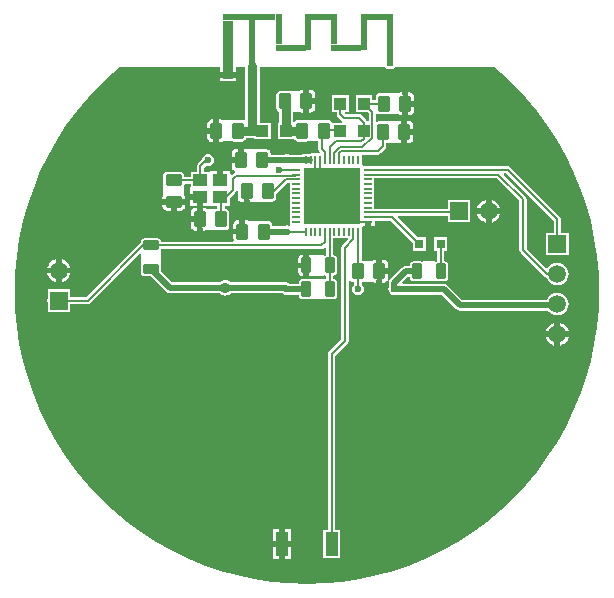
<source format=gtl>
G04*
G04 #@! TF.GenerationSoftware,Altium Limited,Altium Designer,18.1.6 (161)*
G04*
G04 Layer_Physical_Order=1*
G04 Layer_Color=255*
%FSLAX25Y25*%
%MOIN*%
G70*
G01*
G75*
%ADD14C,0.00787*%
G04:AMPARAMS|DCode=17|XSize=51.18mil|YSize=31.5mil|CornerRadius=3.94mil|HoleSize=0mil|Usage=FLASHONLY|Rotation=270.000|XOffset=0mil|YOffset=0mil|HoleType=Round|Shape=RoundedRectangle|*
%AMROUNDEDRECTD17*
21,1,0.05118,0.02362,0,0,270.0*
21,1,0.04331,0.03150,0,0,270.0*
1,1,0.00787,-0.01181,-0.02165*
1,1,0.00787,-0.01181,0.02165*
1,1,0.00787,0.01181,0.02165*
1,1,0.00787,0.01181,-0.02165*
%
%ADD17ROUNDEDRECTD17*%
%ADD18R,0.03950X0.03900*%
G04:AMPARAMS|DCode=19|XSize=51.18mil|YSize=31.5mil|CornerRadius=3.94mil|HoleSize=0mil|Usage=FLASHONLY|Rotation=0.000|XOffset=0mil|YOffset=0mil|HoleType=Round|Shape=RoundedRectangle|*
%AMROUNDEDRECTD19*
21,1,0.05118,0.02362,0,0,0.0*
21,1,0.04331,0.03150,0,0,0.0*
1,1,0.00787,0.02165,-0.01181*
1,1,0.00787,-0.02165,-0.01181*
1,1,0.00787,-0.02165,0.01181*
1,1,0.00787,0.02165,0.01181*
%
%ADD19ROUNDEDRECTD19*%
G04:AMPARAMS|DCode=20|XSize=55.12mil|YSize=39.37mil|CornerRadius=4.92mil|HoleSize=0mil|Usage=FLASHONLY|Rotation=270.000|XOffset=0mil|YOffset=0mil|HoleType=Round|Shape=RoundedRectangle|*
%AMROUNDEDRECTD20*
21,1,0.05512,0.02953,0,0,270.0*
21,1,0.04528,0.03937,0,0,270.0*
1,1,0.00984,-0.01476,-0.02264*
1,1,0.00984,-0.01476,0.02264*
1,1,0.00984,0.01476,0.02264*
1,1,0.00984,0.01476,-0.02264*
%
%ADD20ROUNDEDRECTD20*%
G04:AMPARAMS|DCode=21|XSize=55.12mil|YSize=39.37mil|CornerRadius=4.92mil|HoleSize=0mil|Usage=FLASHONLY|Rotation=180.000|XOffset=0mil|YOffset=0mil|HoleType=Round|Shape=RoundedRectangle|*
%AMROUNDEDRECTD21*
21,1,0.05512,0.02953,0,0,180.0*
21,1,0.04528,0.03937,0,0,180.0*
1,1,0.00984,-0.02264,0.01476*
1,1,0.00984,0.02264,0.01476*
1,1,0.00984,0.02264,-0.01476*
1,1,0.00984,-0.02264,-0.01476*
%
%ADD21ROUNDEDRECTD21*%
%ADD22R,0.04724X0.04331*%
%ADD23R,0.03937X0.07874*%
%ADD24R,0.02756X0.03150*%
%ADD25R,0.00787X0.02559*%
%ADD26R,0.02559X0.00787*%
%ADD27R,0.18504X0.18504*%
%ADD41C,0.02756*%
%ADD43C,0.01968*%
%ADD44C,0.03150*%
%ADD45R,0.01968X0.17323*%
%ADD46R,0.17717X0.01968*%
%ADD47R,0.01968X0.10236*%
%ADD48R,0.09843X0.01968*%
%ADD49R,0.01968X0.15354*%
%ADD50R,0.10630X0.01968*%
%ADD51R,0.08661X0.01968*%
%ADD52R,0.03543X0.19685*%
%ADD53C,0.05906*%
%ADD54R,0.05906X0.05906*%
%ADD55R,0.05906X0.05906*%
%ADD56C,0.03543*%
%ADD57C,0.02362*%
%ADD58C,0.02598*%
G36*
X69532Y173228D02*
Y169213D01*
X69593Y168905D01*
X69767Y168645D01*
X70027Y168471D01*
X70335Y168410D01*
X73878D01*
X74185Y168471D01*
X74446Y168645D01*
X74620Y168905D01*
X74681Y169213D01*
Y173228D01*
X77808D01*
Y155680D01*
X77308Y155413D01*
X77271Y155438D01*
X76772Y155537D01*
X73819D01*
X73634Y155500D01*
X73622Y155512D01*
X70456D01*
X70267Y155638D01*
X69685Y155754D01*
X69193D01*
Y154823D01*
X69095Y154724D01*
Y151969D01*
Y149213D01*
X69193Y149114D01*
Y148183D01*
X69685D01*
X70267Y148299D01*
X70456Y148425D01*
X73622D01*
X73634Y148437D01*
X73819Y148400D01*
X76772D01*
X77271Y148500D01*
X77694Y148782D01*
X77977Y149206D01*
X78048Y149560D01*
X80813D01*
Y149231D01*
X86337D01*
Y154706D01*
X82625D01*
Y173228D01*
X124322Y173228D01*
X124491Y172976D01*
X124752Y172802D01*
X125059Y172740D01*
X127027D01*
X127335Y172802D01*
X127595Y172976D01*
X127764Y173228D01*
X160791Y173228D01*
X163037Y171357D01*
X167322Y167322D01*
X171357Y163037D01*
X175125Y158516D01*
X178613Y153775D01*
X181809Y148832D01*
X184700Y143706D01*
X187276Y138414D01*
X189529Y132976D01*
X191449Y127412D01*
X193029Y121743D01*
X194265Y115988D01*
X195150Y110170D01*
X195683Y104308D01*
X195861Y98425D01*
X195683Y92542D01*
X195150Y86681D01*
X194265Y80862D01*
X193029Y75107D01*
X191449Y69438D01*
X189529Y63874D01*
X187276Y58437D01*
X184700Y53145D01*
X181809Y48018D01*
X178613Y43076D01*
X175125Y38335D01*
X171357Y33814D01*
X167322Y29528D01*
X163037Y25494D01*
X158516Y21726D01*
X153775Y18237D01*
X148832Y15042D01*
X143706Y12150D01*
X138414Y9574D01*
X132976Y7322D01*
X127412Y5402D01*
X121743Y3821D01*
X115988Y2586D01*
X110170Y1700D01*
X104308Y1168D01*
X98425Y990D01*
X92542Y1168D01*
X86681Y1700D01*
X80862Y2586D01*
X75107Y3821D01*
X69438Y5402D01*
X63874Y7322D01*
X58437Y9574D01*
X53145Y12150D01*
X48018Y15042D01*
X43076Y18237D01*
X38335Y21726D01*
X33814Y25494D01*
X29528Y29528D01*
X25494Y33814D01*
X21726Y38335D01*
X18237Y43076D01*
X15042Y48018D01*
X12150Y53145D01*
X9574Y58437D01*
X7322Y63874D01*
X5402Y69438D01*
X3821Y75107D01*
X2586Y80862D01*
X1700Y86681D01*
X1168Y92542D01*
X990Y98425D01*
X1168Y104308D01*
X1700Y110170D01*
X2586Y115988D01*
X3821Y121743D01*
X5402Y127412D01*
X7322Y132976D01*
X9574Y138414D01*
X12150Y143706D01*
X15042Y148832D01*
X18237Y153775D01*
X21726Y158516D01*
X25494Y163037D01*
X29528Y167322D01*
X33814Y171357D01*
X36059Y173228D01*
X69532Y173228D01*
D02*
G37*
%LPC*%
G36*
X97146Y165596D02*
X96653D01*
X96071Y165480D01*
X95883Y165354D01*
X92716D01*
X92705Y165343D01*
X92520Y165379D01*
X89567D01*
X89068Y165280D01*
X88644Y164997D01*
X88362Y164574D01*
X88262Y164075D01*
Y159547D01*
X88362Y159048D01*
X88644Y158625D01*
X89016Y158376D01*
Y154706D01*
X88663D01*
Y149231D01*
X94187D01*
X94498Y148860D01*
X94550Y148782D01*
X94973Y148500D01*
X95472Y148400D01*
X98425D01*
X98610Y148437D01*
X98622Y148425D01*
X102201D01*
Y146004D01*
X102201Y146004D01*
X102293Y145543D01*
X102554Y145152D01*
X102741Y144966D01*
X102549Y144504D01*
X99886D01*
Y144291D01*
X96949D01*
Y144031D01*
X92671D01*
X92599Y144079D01*
X91831Y144231D01*
X91063Y144079D01*
X90991Y144031D01*
X86344D01*
Y144488D01*
X86245Y144987D01*
X85962Y145411D01*
X85539Y145694D01*
X85039Y145793D01*
X82087D01*
X81902Y145756D01*
X81890Y145768D01*
X78724D01*
X78535Y145894D01*
X77953Y146010D01*
X77461D01*
Y145079D01*
X77362Y144980D01*
Y142224D01*
X76476D01*
Y141240D01*
X73479D01*
Y139961D01*
X73594Y139378D01*
X73924Y138885D01*
X74314Y138625D01*
X74333Y138286D01*
X74328Y138225D01*
X74290Y138085D01*
X73952Y137859D01*
X73411Y137319D01*
X72949Y137510D01*
Y138599D01*
X70571D01*
Y135433D01*
X68602D01*
Y138599D01*
X66224D01*
Y138599D01*
X66043Y138386D01*
X64098D01*
Y139659D01*
X64789Y140349D01*
X65453Y140217D01*
X66221Y140370D01*
X66872Y140805D01*
X67307Y141456D01*
X67460Y142224D01*
X67307Y142992D01*
X66872Y143644D01*
X66221Y144079D01*
X65453Y144231D01*
X64685Y144079D01*
X64034Y143644D01*
X63599Y142992D01*
X63492Y142459D01*
X62042Y141009D01*
X61781Y140618D01*
X61690Y140157D01*
X61690Y140157D01*
Y138386D01*
X59744D01*
Y136637D01*
X57604D01*
Y136909D01*
X57504Y137409D01*
X57222Y137832D01*
X56798Y138115D01*
X56299Y138214D01*
X51772D01*
X51272Y138115D01*
X50849Y137832D01*
X50566Y137409D01*
X50467Y136909D01*
Y133957D01*
X50504Y133772D01*
X50492Y133760D01*
Y130594D01*
X50366Y130405D01*
X50250Y129823D01*
Y129331D01*
X51181D01*
X51280Y129232D01*
X54036D01*
X56791D01*
X56890Y129331D01*
X57821D01*
Y129823D01*
X57705Y130405D01*
X57579Y130594D01*
Y133760D01*
X57670Y134229D01*
X59744D01*
Y133087D01*
X59531D01*
Y130905D01*
X62894D01*
Y129921D01*
X63878D01*
Y126756D01*
X66256D01*
Y126756D01*
X66437Y126969D01*
X68579D01*
Y126076D01*
X68110Y125984D01*
X64944D01*
X64755Y126110D01*
X64173Y126226D01*
X63681D01*
Y125295D01*
X63583Y125197D01*
Y122441D01*
Y119685D01*
X63681Y119587D01*
Y118656D01*
X64173D01*
X64755Y118772D01*
X64944Y118898D01*
X68110D01*
X68122Y118909D01*
X68307Y118873D01*
X71260D01*
X71759Y118972D01*
X72182Y119255D01*
X72465Y119678D01*
X72564Y120177D01*
Y124705D01*
X72465Y125204D01*
X72182Y125627D01*
X71759Y125910D01*
X71260Y126009D01*
X70988D01*
Y126969D01*
X72736D01*
Y129535D01*
X74572Y131371D01*
X74572Y131371D01*
X74833Y131762D01*
X74849Y131841D01*
X75349Y131791D01*
Y129626D01*
X75464Y129044D01*
X75794Y128550D01*
X76288Y128220D01*
X76870Y128105D01*
X77362D01*
Y131890D01*
X79232D01*
Y129134D01*
X79331Y129035D01*
Y128105D01*
X79823D01*
X80405Y128220D01*
X80594Y128347D01*
X83760D01*
X83772Y128358D01*
X83957Y128321D01*
X86910D01*
X87409Y128421D01*
X87832Y128703D01*
X88115Y129127D01*
X88214Y129626D01*
Y130946D01*
X88352Y131038D01*
X91936Y134623D01*
X92815D01*
Y129921D01*
Y125197D01*
X92815Y120797D01*
X92815Y120688D01*
X92800Y120658D01*
X92684Y120559D01*
X92684Y120559D01*
X92684Y120559D01*
Y120559D01*
X92286Y120322D01*
X91831Y120413D01*
X91063Y120260D01*
X90991Y120212D01*
X86738D01*
Y120669D01*
X86638Y121169D01*
X86356Y121592D01*
X85932Y121875D01*
X85433Y121974D01*
X82480D01*
X82295Y121937D01*
X82284Y121949D01*
X79117D01*
X78929Y122075D01*
X78347Y122191D01*
X77854D01*
Y121260D01*
X77756Y121161D01*
Y118405D01*
X76870D01*
Y117421D01*
X73872D01*
Y116142D01*
X73988Y115559D01*
X74039Y115484D01*
X73772Y114984D01*
X49920D01*
X49833Y115421D01*
X49572Y115812D01*
X49181Y116073D01*
X48720Y116165D01*
X44390D01*
X43929Y116073D01*
X43538Y115812D01*
X43277Y115421D01*
X43185Y114961D01*
Y114856D01*
X42849Y114631D01*
X42849Y114631D01*
X24816Y96598D01*
X19488D01*
Y99134D01*
X12008D01*
Y96047D01*
X11880Y95855D01*
X11788Y95394D01*
X11880Y94933D01*
X12008Y94741D01*
Y91654D01*
X19488D01*
Y94190D01*
X25315D01*
X25315Y94189D01*
X25776Y94281D01*
X26166Y94542D01*
X42747Y111122D01*
X43209Y110931D01*
Y107776D01*
X43341Y107643D01*
X43277Y107547D01*
X43185Y107087D01*
Y104724D01*
X43277Y104264D01*
X43538Y103873D01*
X43929Y103612D01*
X44390Y103520D01*
X46386D01*
X51577Y98329D01*
X52163Y97937D01*
X52854Y97800D01*
X69420D01*
X69435Y97781D01*
X69969Y97371D01*
X70592Y97113D01*
X71260Y97025D01*
X71928Y97113D01*
X72550Y97371D01*
X73085Y97781D01*
X73099Y97800D01*
X90407D01*
X90412Y97793D01*
X91063Y97358D01*
X91831Y97206D01*
X92599Y97358D01*
X92671Y97406D01*
X95745D01*
Y97047D01*
X95836Y96586D01*
X96097Y96196D01*
X96488Y95935D01*
X96949Y95843D01*
X99311D01*
X99772Y95935D01*
X99867Y95999D01*
X100000Y95866D01*
X104134D01*
X104266Y95999D01*
X104362Y95935D01*
X104823Y95843D01*
X107185D01*
X107646Y95935D01*
X108037Y96196D01*
X108298Y96586D01*
X108389Y97047D01*
Y101378D01*
X108298Y101839D01*
X108037Y102229D01*
X107646Y102490D01*
X107208Y102578D01*
Y103722D01*
X107646Y103809D01*
X108037Y104070D01*
X108298Y104460D01*
X108389Y104921D01*
Y109252D01*
X108298Y109713D01*
X108037Y110103D01*
X107646Y110365D01*
X107208Y110452D01*
Y116339D01*
X112058D01*
X112266Y115839D01*
X110271Y113844D01*
X110010Y113453D01*
X109918Y112992D01*
X109918Y112992D01*
Y82487D01*
X105841Y78411D01*
X105580Y78020D01*
X105489Y77559D01*
X105489Y77559D01*
Y18898D01*
X103937D01*
Y9449D01*
X109449D01*
Y18898D01*
X107897D01*
Y77060D01*
X111974Y81137D01*
X112235Y81527D01*
X112326Y81988D01*
Y102189D01*
X112451Y102236D01*
X112826Y102272D01*
X113054Y101932D01*
X113477Y101649D01*
X113976Y101550D01*
X114249D01*
Y100776D01*
X114033Y100632D01*
X113599Y99981D01*
X113446Y99213D01*
X113599Y98444D01*
X114033Y97793D01*
X114685Y97358D01*
X115453Y97206D01*
X116221Y97358D01*
X116872Y97793D01*
X117307Y98444D01*
X117460Y99213D01*
X117307Y99981D01*
X116872Y100632D01*
X116657Y100776D01*
Y101483D01*
X117126Y101575D01*
X120292D01*
X120481Y101449D01*
X121063Y101333D01*
X121555D01*
Y102264D01*
X121653Y102362D01*
Y105118D01*
Y107874D01*
X121555Y107973D01*
Y108903D01*
X121063D01*
X120481Y108787D01*
X120292Y108661D01*
X117126D01*
X116657Y108753D01*
Y118406D01*
X116634Y118522D01*
Y120063D01*
X117043D01*
Y120260D01*
X117717D01*
Y121654D01*
X119685D01*
Y120260D01*
X120980D01*
Y122024D01*
X126371D01*
X133760Y114636D01*
Y111811D01*
X138091D01*
Y116535D01*
X135266D01*
X128665Y123137D01*
X128856Y123599D01*
X145295D01*
Y121457D01*
X152776D01*
Y128937D01*
X145295D01*
Y126007D01*
X120768D01*
Y131496D01*
Y136197D01*
X161706D01*
X169268Y128635D01*
Y112205D01*
X169268Y112205D01*
X169360Y111744D01*
X169621Y111353D01*
X177613Y103361D01*
X178004Y103100D01*
X178329Y103035D01*
X178623Y102326D01*
X179222Y101545D01*
X180004Y100946D01*
X180913Y100569D01*
X181890Y100440D01*
X182866Y100569D01*
X183776Y100946D01*
X184557Y101545D01*
X185157Y102326D01*
X185534Y103236D01*
X185662Y104213D01*
X185534Y105189D01*
X185157Y106099D01*
X184557Y106880D01*
X183776Y107480D01*
X182866Y107857D01*
X181890Y107985D01*
X180913Y107857D01*
X180004Y107480D01*
X179222Y106880D01*
X178782Y106306D01*
X178173Y106207D01*
X171677Y112704D01*
Y129134D01*
X171585Y129595D01*
X171324Y129985D01*
X171324Y129985D01*
X163999Y137310D01*
X164190Y137772D01*
X164856D01*
X180685Y121942D01*
Y117953D01*
X178150D01*
Y110473D01*
X185630D01*
Y117953D01*
X183094D01*
Y122441D01*
X183094Y122441D01*
X183002Y122902D01*
X182741Y123293D01*
X182741Y123293D01*
X166206Y139828D01*
X165815Y140089D01*
X165354Y140181D01*
X165354Y140181D01*
X118701D01*
X118584Y140157D01*
X117043D01*
Y140567D01*
X116634D01*
Y144071D01*
X122146D01*
X122146Y144071D01*
X122607Y144163D01*
X122997Y144424D01*
X124572Y145999D01*
X124833Y146390D01*
X124925Y146850D01*
X124925Y146851D01*
Y147940D01*
X125394Y148031D01*
X128560D01*
X128749Y147906D01*
X129331Y147790D01*
X129823D01*
Y148721D01*
X129921Y148819D01*
Y151575D01*
Y154331D01*
X129823Y154429D01*
Y155360D01*
X129331D01*
X128749Y155244D01*
X128560Y155118D01*
X125394D01*
X125382Y155106D01*
X125197Y155143D01*
X122244D01*
X121881Y155071D01*
X121381Y155357D01*
Y157505D01*
X121383Y157506D01*
X121881Y157726D01*
X122139Y157555D01*
X122638Y157455D01*
X125591D01*
X125776Y157492D01*
X125787Y157480D01*
X128954D01*
X129142Y157354D01*
X129724Y157238D01*
X130217D01*
Y158169D01*
X130315Y158268D01*
Y161024D01*
Y163779D01*
X130217Y163878D01*
Y164809D01*
X129724D01*
X129142Y164693D01*
X128954Y164567D01*
X125787D01*
X125776Y164555D01*
X125591Y164592D01*
X122638D01*
X122139Y164493D01*
X121715Y164210D01*
X121432Y163787D01*
X121333Y163287D01*
Y162228D01*
X120172D01*
Y163761D01*
X114647D01*
Y158286D01*
X118444D01*
X118973Y157757D01*
Y155354D01*
X118781Y155287D01*
X118473Y155271D01*
X118261Y155588D01*
X118261Y155588D01*
X116698Y157151D01*
X116307Y157412D01*
X115847Y157503D01*
X115846Y157503D01*
X111315D01*
X111061Y157824D01*
X111263Y158286D01*
X112322D01*
Y163761D01*
X106797D01*
Y158286D01*
X108355D01*
Y157468D01*
X108355Y157468D01*
X108447Y157008D01*
X108708Y156617D01*
X109877Y155448D01*
X109877Y155448D01*
X110239Y155206D01*
X110244Y155169D01*
X110001Y154706D01*
X106797D01*
X106486Y155077D01*
X106434Y155155D01*
X106011Y155438D01*
X105512Y155537D01*
X102559D01*
X102374Y155500D01*
X102362Y155512D01*
X98622D01*
X98610Y155500D01*
X98425Y155537D01*
X95472D01*
X94973Y155438D01*
X94550Y155155D01*
X94498Y155077D01*
X94297Y154837D01*
X93834Y154919D01*
Y158268D01*
X95883D01*
X96071Y158142D01*
X96653Y158026D01*
X97146D01*
Y158957D01*
X97244Y159055D01*
Y161811D01*
Y164567D01*
X97146Y164665D01*
Y165596D01*
D02*
G37*
G36*
X99606D02*
X99114D01*
Y162795D01*
X101128D01*
Y164075D01*
X101012Y164657D01*
X100682Y165151D01*
X100189Y165480D01*
X99606Y165596D01*
D02*
G37*
G36*
X132677Y164809D02*
X132185D01*
Y162008D01*
X134198D01*
Y163287D01*
X134083Y163870D01*
X133753Y164363D01*
X133259Y164693D01*
X132677Y164809D01*
D02*
G37*
G36*
X101128Y160827D02*
X99114D01*
Y158026D01*
X99606D01*
X100189Y158142D01*
X100682Y158472D01*
X101012Y158965D01*
X101128Y159547D01*
Y160827D01*
D02*
G37*
G36*
X134198Y160039D02*
X132185D01*
Y157238D01*
X132677D01*
X133259Y157354D01*
X133753Y157684D01*
X134083Y158178D01*
X134198Y158760D01*
Y160039D01*
D02*
G37*
G36*
X67224Y155754D02*
X66732D01*
X66150Y155638D01*
X65657Y155308D01*
X65327Y154815D01*
X65211Y154232D01*
Y152953D01*
X67224D01*
Y155754D01*
D02*
G37*
G36*
X132283Y155360D02*
X131791D01*
Y152559D01*
X133805D01*
Y153839D01*
X133689Y154421D01*
X133359Y154914D01*
X132866Y155244D01*
X132283Y155360D01*
D02*
G37*
G36*
X67224Y150984D02*
X65211D01*
Y149705D01*
X65327Y149123D01*
X65657Y148629D01*
X66150Y148299D01*
X66732Y148183D01*
X67224D01*
Y150984D01*
D02*
G37*
G36*
X133805Y150591D02*
X131791D01*
Y147790D01*
X132283D01*
X132866Y147906D01*
X133359Y148235D01*
X133689Y148729D01*
X133805Y149311D01*
Y150591D01*
D02*
G37*
G36*
X75492Y146010D02*
X75000D01*
X74418Y145894D01*
X73924Y145564D01*
X73594Y145070D01*
X73479Y144488D01*
Y143209D01*
X75492D01*
Y146010D01*
D02*
G37*
G36*
X61910Y128937D02*
X59531D01*
Y126756D01*
X61910D01*
Y128937D01*
D02*
G37*
G36*
X160020Y129054D02*
Y126181D01*
X162893D01*
X162886Y126229D01*
X162488Y127190D01*
X161855Y128016D01*
X161029Y128650D01*
X160067Y129048D01*
X160020Y129054D01*
D02*
G37*
G36*
X158051D02*
X158004Y129048D01*
X157042Y128650D01*
X156216Y128016D01*
X155583Y127190D01*
X155184Y126229D01*
X155178Y126181D01*
X158051D01*
Y129054D01*
D02*
G37*
G36*
X57821Y127362D02*
X55020D01*
Y125349D01*
X56299D01*
X56881Y125465D01*
X57375Y125794D01*
X57705Y126288D01*
X57821Y126870D01*
Y127362D01*
D02*
G37*
G36*
X53051D02*
X50250D01*
Y126870D01*
X50366Y126288D01*
X50696Y125794D01*
X51190Y125465D01*
X51772Y125349D01*
X53051D01*
Y127362D01*
D02*
G37*
G36*
X61713Y126226D02*
X61221D01*
X60638Y126110D01*
X60145Y125780D01*
X59815Y125287D01*
X59699Y124705D01*
Y123425D01*
X61713D01*
Y126226D01*
D02*
G37*
G36*
X162893Y124213D02*
X160020D01*
Y121340D01*
X160067Y121346D01*
X161029Y121744D01*
X161855Y122378D01*
X162488Y123203D01*
X162886Y124165D01*
X162893Y124213D01*
D02*
G37*
G36*
X158051D02*
X155178D01*
X155184Y124165D01*
X155583Y123203D01*
X156216Y122378D01*
X157042Y121744D01*
X158004Y121346D01*
X158051Y121340D01*
Y124213D01*
D02*
G37*
G36*
X75886Y122191D02*
X75394D01*
X74812Y122075D01*
X74318Y121745D01*
X73988Y121251D01*
X73872Y120669D01*
Y119390D01*
X75886D01*
Y122191D01*
D02*
G37*
G36*
X61713Y121457D02*
X59699D01*
Y120177D01*
X59815Y119595D01*
X60145Y119101D01*
X60638Y118772D01*
X61221Y118656D01*
X61713D01*
Y121457D01*
D02*
G37*
G36*
X145177Y116535D02*
X140847D01*
Y111811D01*
X141808D01*
Y108483D01*
X141370Y108396D01*
X141274Y108332D01*
X141142Y108465D01*
X137008D01*
X136875Y108332D01*
X136780Y108396D01*
X136319Y108488D01*
X133957D01*
X133496Y108396D01*
X133105Y108135D01*
X132844Y107744D01*
X132753Y107283D01*
Y106924D01*
X131329D01*
X130638Y106787D01*
X130052Y106395D01*
X126282Y102625D01*
X125890Y102039D01*
X125753Y101348D01*
Y100052D01*
X125705Y99981D01*
X125552Y99213D01*
X125705Y98444D01*
X126140Y97793D01*
X126791Y97358D01*
X127559Y97206D01*
X128327Y97358D01*
X128399Y97406D01*
X143248D01*
X148083Y92571D01*
X148669Y92180D01*
X149360Y92042D01*
X178841D01*
X179222Y91545D01*
X180004Y90946D01*
X180913Y90569D01*
X181890Y90440D01*
X182866Y90569D01*
X183776Y90946D01*
X184557Y91545D01*
X185157Y92326D01*
X185534Y93236D01*
X185662Y94213D01*
X185534Y95189D01*
X185157Y96099D01*
X184557Y96880D01*
X183776Y97480D01*
X182866Y97856D01*
X181890Y97985D01*
X180913Y97856D01*
X180004Y97480D01*
X179222Y96880D01*
X178623Y96099D01*
X178439Y95655D01*
X150109D01*
X145273Y100490D01*
X144687Y100882D01*
X143996Y101019D01*
X130438D01*
X130246Y101481D01*
X132077Y103312D01*
X132753D01*
Y102953D01*
X132844Y102492D01*
X133105Y102101D01*
X133496Y101840D01*
X133957Y101749D01*
X136319D01*
X136780Y101840D01*
X136875Y101904D01*
X137008Y101772D01*
X141142D01*
X141274Y101904D01*
X141370Y101840D01*
X141831Y101749D01*
X144193D01*
X144654Y101840D01*
X145045Y102101D01*
X145306Y102492D01*
X145397Y102953D01*
Y107283D01*
X145306Y107744D01*
X145045Y108135D01*
X144654Y108396D01*
X144216Y108483D01*
Y111811D01*
X145177D01*
Y116535D01*
D02*
G37*
G36*
X16732Y109251D02*
Y106378D01*
X19605D01*
X19599Y106426D01*
X19201Y107387D01*
X18567Y108213D01*
X17741Y108846D01*
X16780Y109245D01*
X16732Y109251D01*
D02*
G37*
G36*
X14764Y109251D02*
X14716Y109245D01*
X13755Y108846D01*
X12929Y108213D01*
X12295Y107387D01*
X11897Y106426D01*
X11891Y106378D01*
X14764D01*
Y109251D01*
D02*
G37*
G36*
X124016Y108903D02*
X123524D01*
Y106102D01*
X125537D01*
Y107382D01*
X125421Y107964D01*
X125092Y108458D01*
X124598Y108787D01*
X124016Y108903D01*
D02*
G37*
G36*
X14764Y104410D02*
X11891D01*
X11897Y104362D01*
X12295Y103400D01*
X12929Y102575D01*
X13755Y101941D01*
X14716Y101543D01*
X14764Y101536D01*
Y104410D01*
D02*
G37*
G36*
X19605D02*
X16732D01*
Y101536D01*
X16780Y101543D01*
X17741Y101941D01*
X18567Y102575D01*
X19201Y103400D01*
X19599Y104362D01*
X19605Y104410D01*
D02*
G37*
G36*
X125537Y104134D02*
X123524D01*
Y101333D01*
X124016D01*
X124598Y101449D01*
X125092Y101779D01*
X125421Y102272D01*
X125537Y102854D01*
Y104134D01*
D02*
G37*
G36*
X182874Y88070D02*
Y85197D01*
X185747D01*
X185741Y85245D01*
X185343Y86206D01*
X184709Y87032D01*
X183883Y87665D01*
X182922Y88064D01*
X182874Y88070D01*
D02*
G37*
G36*
X180905D02*
X180858Y88064D01*
X179896Y87665D01*
X179071Y87032D01*
X178437Y86206D01*
X178039Y85245D01*
X178033Y85197D01*
X180905D01*
Y88070D01*
D02*
G37*
G36*
X185747Y83228D02*
X182874D01*
Y80355D01*
X182922Y80362D01*
X183883Y80760D01*
X184709Y81393D01*
X185343Y82219D01*
X185741Y83181D01*
X185747Y83228D01*
D02*
G37*
G36*
X180905D02*
X178033D01*
X178039Y83181D01*
X178437Y82219D01*
X179071Y81393D01*
X179896Y80760D01*
X180858Y80362D01*
X180905Y80355D01*
Y83228D01*
D02*
G37*
G36*
X93126Y19110D02*
X91142D01*
Y15157D01*
X93126D01*
Y19110D01*
D02*
G37*
G36*
X89173D02*
X87189D01*
Y15157D01*
X89173D01*
Y19110D01*
D02*
G37*
G36*
X93126Y13189D02*
X91142D01*
Y9236D01*
X93126D01*
Y13189D01*
D02*
G37*
G36*
X89173D02*
X87189D01*
Y9236D01*
X89173D01*
Y13189D01*
D02*
G37*
%LPD*%
G36*
X104800Y112975D02*
Y110452D01*
X104362Y110365D01*
X104266Y110301D01*
X104134Y110433D01*
X100052D01*
X99855Y110565D01*
X99311Y110673D01*
X99114D01*
Y107087D01*
Y103500D01*
X99311D01*
X99855Y103608D01*
X100052Y103740D01*
X104134D01*
X104266Y103873D01*
X104362Y103809D01*
X104800Y103722D01*
Y102578D01*
X104362Y102490D01*
X104266Y102427D01*
X104134Y102559D01*
X100000D01*
X99867Y102427D01*
X99772Y102490D01*
X99311Y102582D01*
X96949D01*
X96488Y102490D01*
X96097Y102229D01*
X95836Y101839D01*
X95745Y101378D01*
Y101019D01*
X92671D01*
X92599Y101067D01*
X92373Y101112D01*
X92128Y101275D01*
X91437Y101413D01*
X73099D01*
X73085Y101431D01*
X72550Y101842D01*
X71928Y102100D01*
X71260Y102187D01*
X70592Y102100D01*
X69969Y101842D01*
X69435Y101431D01*
X69420Y101413D01*
X53603D01*
X49925Y105090D01*
Y107087D01*
X49833Y107547D01*
X49769Y107643D01*
X49902Y107776D01*
Y111909D01*
X49769Y112042D01*
X49833Y112138D01*
X49920Y112575D01*
X103248D01*
X103248Y112575D01*
X103709Y112667D01*
X104100Y112928D01*
X104338Y113166D01*
X104800Y112975D01*
D02*
G37*
%LPC*%
G36*
X97146Y110673D02*
X96949D01*
X96405Y110565D01*
X95944Y110257D01*
X95636Y109796D01*
X95528Y109252D01*
Y108071D01*
X97146D01*
Y110673D01*
D02*
G37*
G36*
Y106102D02*
X95528D01*
Y104921D01*
X95636Y104377D01*
X95944Y103917D01*
X96405Y103608D01*
X96949Y103500D01*
X97146D01*
Y106102D01*
D02*
G37*
%LPD*%
D14*
X170472Y112205D02*
Y129134D01*
X162205Y137402D02*
X170472Y129134D01*
X118701Y137402D02*
X162205D01*
X170472Y112205D02*
X178465Y104213D01*
X181791D01*
X181890Y114213D02*
Y122441D01*
X165354Y138976D02*
X181890Y122441D01*
X118701Y138976D02*
X165354D01*
X118701Y124803D02*
X149035D01*
X115453Y99213D02*
Y105118D01*
X43701Y113779D02*
X46555D01*
X25315Y95394D02*
X43701Y113779D01*
X12992Y95394D02*
X25315D01*
X106693Y77559D02*
X111122Y81988D01*
X106693Y14173D02*
Y77559D01*
X85433Y131890D02*
X87500D01*
X91437Y135827D01*
X143012Y105118D02*
Y114173D01*
X115453Y105118D02*
Y107087D01*
X115453Y107087D01*
Y105118D02*
Y107087D01*
X46555Y113779D02*
X103248D01*
X104429Y114961D01*
X62894Y135433D02*
Y140157D01*
Y135433D02*
Y135433D01*
Y140157D02*
X64862Y142126D01*
X65453D01*
X89075Y138976D02*
X94882D01*
X74803Y137008D02*
X94488D01*
X73721Y132223D02*
Y135925D01*
X71419Y129921D02*
X73721Y132223D01*
X69587Y129921D02*
X71419D01*
X73721Y135925D02*
X74803Y137008D01*
X94488D02*
X94882Y137402D01*
X54036Y135433D02*
X62894D01*
X69587Y129921D02*
X69784Y129725D01*
Y122441D02*
Y129725D01*
X103642Y152205D02*
X109323D01*
X109559Y151969D01*
X103504Y152205D02*
X103642D01*
X103405Y151969D02*
X103642Y152205D01*
X117409Y149292D02*
Y151969D01*
X116542Y148425D02*
X117409Y149292D01*
X107972Y148425D02*
X116542D01*
X106004Y146457D02*
X107972Y148425D01*
X106004Y142224D02*
Y146457D01*
X109452Y146457D02*
X116936D01*
X107579Y144584D02*
X109452Y146457D01*
X107579Y142224D02*
Y144584D01*
X116936Y146457D02*
X120177Y149698D01*
X122146Y145276D02*
X123721Y146850D01*
X109941Y145276D02*
X122146D01*
X109153Y144488D02*
X109941Y145276D01*
X117409Y161024D02*
X124114D01*
X117409D02*
X120177Y158256D01*
Y149698D02*
Y158256D01*
X123721Y146850D02*
Y151575D01*
X117409Y151969D02*
Y154736D01*
X115847Y156299D02*
X117409Y154736D01*
X110728Y156299D02*
X115847D01*
X109559Y157468D02*
X110728Y156299D01*
X109559Y157468D02*
Y161024D01*
X103405Y146004D02*
Y151969D01*
Y146004D02*
X104429Y144980D01*
Y142224D02*
Y144980D01*
X113878Y115748D02*
Y118406D01*
X111122Y112992D02*
X113878Y115748D01*
X111122Y81988D02*
Y112992D01*
X91831Y118405D02*
X98130D01*
X126870Y123228D02*
X135925Y114173D01*
X118701Y123228D02*
X126870D01*
X113878D02*
X115453Y121654D01*
X109153Y127953D02*
X113878Y123228D01*
X106791Y130315D02*
X109153Y127953D01*
X115453Y121654D02*
X118701D01*
X101279Y135827D02*
Y142224D01*
Y135827D02*
X102854Y134252D01*
X104429Y132677D02*
X106791Y130315D01*
X102854Y134252D02*
X104429Y132677D01*
X102854Y134252D02*
Y142224D01*
X115453Y107087D02*
Y118406D01*
X104429Y114961D02*
Y118406D01*
X106004Y99213D02*
Y118406D01*
Y99213D02*
X106004Y99213D01*
X91437Y135827D02*
X94882D01*
X109153Y142224D02*
Y144488D01*
D17*
X143012Y105118D02*
D03*
X135138D02*
D03*
X98130Y107087D02*
D03*
X106004D02*
D03*
Y99213D02*
D03*
X98130D02*
D03*
D18*
X109559Y161024D02*
D03*
X117409D02*
D03*
X109559Y151969D02*
D03*
X117409D02*
D03*
X83575D02*
D03*
X91425D02*
D03*
D19*
X46555Y113779D02*
D03*
Y105905D02*
D03*
D20*
X115453Y105118D02*
D03*
X122539D02*
D03*
X131201Y161024D02*
D03*
X124114D02*
D03*
X130807Y151575D02*
D03*
X123721D02*
D03*
X68209Y151969D02*
D03*
X75295D02*
D03*
X98130Y161811D02*
D03*
X91043D02*
D03*
X76870Y118405D02*
D03*
X83957D02*
D03*
X96949Y151969D02*
D03*
X104035D02*
D03*
X76476Y142224D02*
D03*
X83563D02*
D03*
X78347Y131890D02*
D03*
X85433D02*
D03*
X69784Y122441D02*
D03*
X62697D02*
D03*
D21*
X54036Y135433D02*
D03*
Y128347D02*
D03*
D22*
X69587Y129921D02*
D03*
X62894D02*
D03*
Y135433D02*
D03*
X69587D02*
D03*
D23*
X106693Y14173D02*
D03*
X90158Y14173D02*
D03*
D24*
X135925Y114173D02*
D03*
X143012D02*
D03*
D25*
X98130Y142224D02*
D03*
X101279D02*
D03*
X99705D02*
D03*
X104429D02*
D03*
X102854D02*
D03*
X107579D02*
D03*
X106004D02*
D03*
X109153D02*
D03*
X112303D02*
D03*
X110728D02*
D03*
X115453D02*
D03*
X113878D02*
D03*
X99705Y118406D02*
D03*
X98130D02*
D03*
X106004D02*
D03*
X104429D02*
D03*
X107579D02*
D03*
X101279D02*
D03*
X102854D02*
D03*
X112303D02*
D03*
X109153D02*
D03*
X110728D02*
D03*
X113878D02*
D03*
X115453D02*
D03*
D26*
X94882Y138976D02*
D03*
Y135827D02*
D03*
Y134252D02*
D03*
Y137402D02*
D03*
Y131102D02*
D03*
Y129528D02*
D03*
Y132677D02*
D03*
X118701Y138976D02*
D03*
Y137402D02*
D03*
Y135827D02*
D03*
Y132677D02*
D03*
Y131102D02*
D03*
Y134252D02*
D03*
Y127953D02*
D03*
Y129528D02*
D03*
X94882Y126378D02*
D03*
Y124803D02*
D03*
Y127953D02*
D03*
Y123228D02*
D03*
Y121654D02*
D03*
X118701Y124803D02*
D03*
Y123228D02*
D03*
Y126378D02*
D03*
Y121654D02*
D03*
D27*
X106791Y130315D02*
D03*
D41*
X72146Y170473D02*
D03*
X29626Y155118D02*
D03*
X39862Y155318D02*
D03*
X50886D02*
D03*
X166142Y155448D02*
D03*
X156398Y155512D02*
D03*
X145768Y155318D02*
D03*
X84350Y106299D02*
D03*
X72539D02*
D03*
X131988Y170473D02*
D03*
X127264D02*
D03*
X122539D02*
D03*
X117815D02*
D03*
X113091D02*
D03*
X108366D02*
D03*
X103642D02*
D03*
X98917D02*
D03*
X94193D02*
D03*
X89468D02*
D03*
X68209D02*
D03*
X84744D02*
D03*
X76083D02*
D03*
D43*
X68209D02*
X72146D01*
X76083D01*
X131329Y105118D02*
X135138D01*
X127559Y101348D02*
X131329Y105118D01*
X127559Y99213D02*
Y101348D01*
X52854Y99606D02*
X71260D01*
X46555Y105905D02*
X52854Y99606D01*
X143996Y99213D02*
X149360Y93848D01*
X181427D02*
X181791Y94213D01*
X149360Y93848D02*
X181427D01*
X71260Y99606D02*
X91437D01*
X91831Y99213D01*
X127559D02*
X143996D01*
X91831Y142224D02*
X99508D01*
X83563D02*
X91831D01*
X99508D02*
X99508Y142224D01*
X83957Y118405D02*
X91831D01*
Y99213D02*
X97342D01*
D44*
X80216Y151969D02*
Y173622D01*
Y151969D02*
X83575D01*
X91425D02*
X96319D01*
X91043Y161811D02*
X91425Y161429D01*
Y151969D02*
Y161429D01*
X75295Y151969D02*
X80216D01*
D45*
Y181890D02*
D03*
D46*
X79193Y189882D02*
D03*
D47*
X89035Y185748D02*
D03*
X117382Y183780D02*
D03*
X107539Y185748D02*
D03*
X98878Y183780D02*
D03*
D48*
X92972Y179646D02*
D03*
X111476D02*
D03*
D49*
X126043Y181220D02*
D03*
D50*
X121713Y189882D02*
D03*
D51*
X102224D02*
D03*
D52*
X72106Y179055D02*
D03*
D53*
X181890Y94213D02*
D03*
Y84213D02*
D03*
Y104213D02*
D03*
X15748Y105394D02*
D03*
X159035Y125197D02*
D03*
D54*
X181890Y114213D02*
D03*
X15748Y95394D02*
D03*
D55*
X149035Y125197D02*
D03*
D56*
X71260Y99606D02*
D03*
X89075Y86221D02*
D03*
D57*
X150492Y110236D02*
D03*
X127559Y111024D02*
D03*
Y99213D02*
D03*
X65453Y142224D02*
D03*
X89075Y138976D02*
D03*
X115453Y99213D02*
D03*
X91831Y142224D02*
D03*
Y118405D02*
D03*
Y99213D02*
D03*
D58*
X104429Y137402D02*
D03*
X99705D02*
D03*
Y132677D02*
D03*
X104429D02*
D03*
X113878Y137402D02*
D03*
X109153D02*
D03*
Y132677D02*
D03*
X113878D02*
D03*
X99705Y127953D02*
D03*
Y123228D02*
D03*
X104429Y127953D02*
D03*
Y123228D02*
D03*
X113878Y127953D02*
D03*
X109153D02*
D03*
X113878Y123228D02*
D03*
X109153D02*
D03*
M02*

</source>
